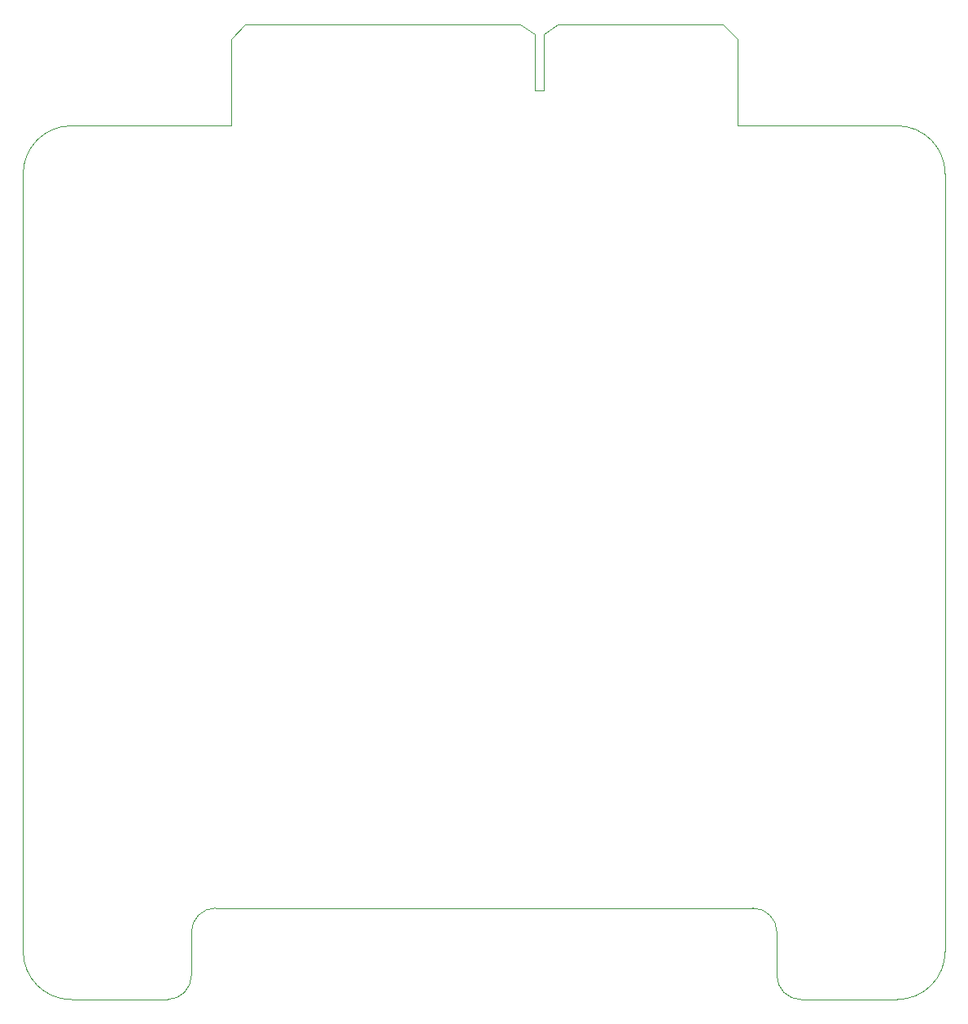
<source format=gbr>
%TF.GenerationSoftware,Altium Limited,Altium Designer,22.11.1 (43)*%
G04 Layer_Color=0*
%FSLAX45Y45*%
%MOMM*%
%TF.SameCoordinates,AD8EF09A-55C0-4CAF-97A9-B7ED8585E017*%
%TF.FilePolarity,Positive*%
%TF.FileFunction,Profile,NP*%
%TF.Part,Single*%
G01*
G75*
%TA.AperFunction,Profile*%
%ADD27C,0.02540*%
D27*
X500000D02*
X1500000D01*
D02*
G03*
X1750000Y250000I-0J250000D01*
G01*
X1750000Y700000D01*
D02*
G02*
X2000000Y950000I250000J0D01*
G01*
X7588500D01*
D02*
G02*
X7838500Y700000I0J-250000D01*
G01*
Y250000D01*
D02*
G03*
X8088500Y0I250000J-0D01*
G01*
X9088500D01*
D02*
G03*
X9588500Y500000I0J500000D01*
G01*
Y8580500D01*
D02*
G03*
X9088500Y9080500I-500000J0D01*
G01*
X7428200D01*
Y9982500D01*
X7278200Y10132300D01*
X7278200Y10132500D01*
X5561200D01*
Y10132300D01*
X5411200Y10032300D01*
Y9444500D01*
X5320250D01*
X5320200Y10032300D01*
X5170200Y10132300D01*
X2310200D01*
X2160200Y9982500D01*
X2160250Y9080500D01*
X500000D01*
D02*
G03*
X0Y8580500I-0J-500000D01*
G01*
Y500000D01*
D02*
G03*
X500000Y0I500000J-0D01*
G01*
%TF.MD5,c93e8a4d8931f3f98c720155d83b3397*%
M02*

</source>
